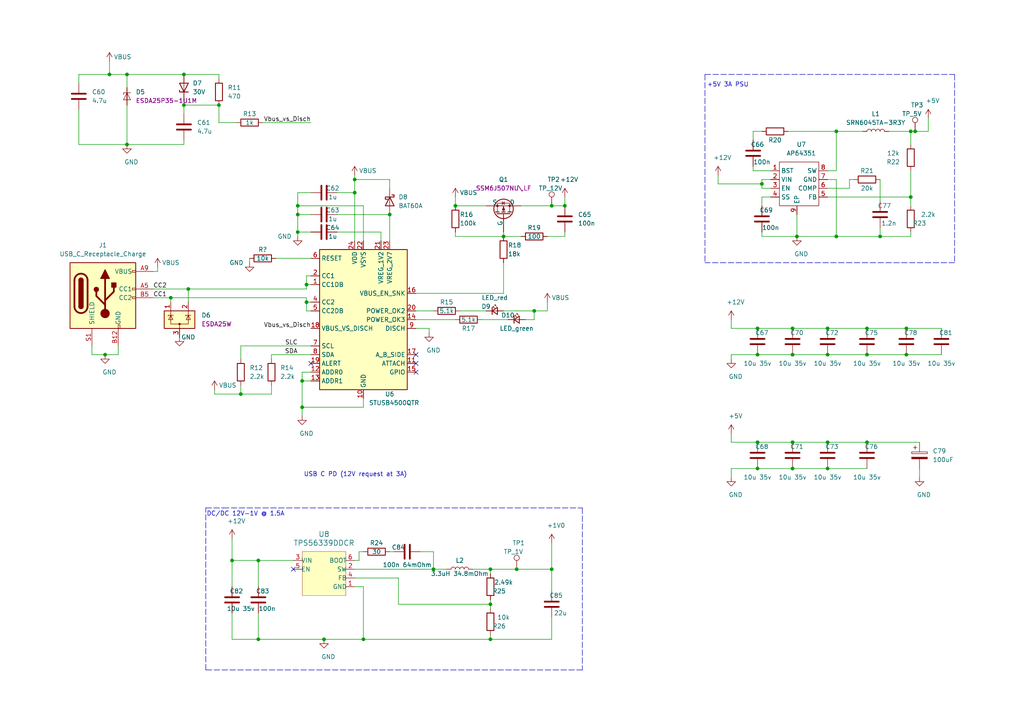
<source format=kicad_sch>
(kicad_sch (version 20211123) (generator eeschema)
  (paper "A4")
  (lib_symbols
    (symbol "CM4_NAS:AP64351"
      (property "Reference" "U" (at 0 8.89 0))
      (property "Value" "AP64351" (at 1.27 6.35 0))
      (symbol "AP64351_1_1"
        (pin passive line (at -7.62 2.54 0) (length 2.54) (name "BST") (number "1"))
        (pin power_in line (at -7.62 0 0) (length 2.54) (name "VIN") (number "2"))
        (pin input line (at -7.62 -2.54 0) (length 2.54) (name "EN") (number "3"))
        (pin input line (at -7.62 -5.08 0) (length 2.54) (name "SS") (number "4"))
        (pin input line (at 8.89 -5.08 180) (length 2.54) (name "FB") (number "5"))
        (pin input line (at 8.89 -2.54 180) (length 2.54) (name "COMP") (number "6"))
        (pin power_in line (at 8.89 0 180) (length 2.54) (name "GND") (number "7"))
        (pin output line (at 8.89 2.54 180) (length 2.54) (name "SW") (number "8"))
        (pin passive line (at 0 -10.16 90) (length 2.54) (name "EP") (number "9"))
      )
    )
    (symbol "CM4_NAS:ESDA25P35" (pin_numbers hide) (pin_names hide)
      (property "Reference" "D" (at 0 2.54 0))
      (property "MPN" "ESDA25P35" (at 0 -2.54 0))
      (symbol "ESDA25P35_1_1"
        (pin passive line (at -2.54 0 0) (length 2.54) (name "K1") (number "1"))
        (pin passive line (at 2.54 0 180) (length 2.54) (name "A") (number "2"))
      )
    )
    (symbol "CM4_NAS:ESDA25W" (pin_names hide)
      (property "Reference" "D" (at 5.715 2.54 0))
      (property "MPN" "ESDA25W" (at 10.16 0 0))
      (symbol "ESDA25W_0_0"
        (pin passive line (at 0 -5.08 90) (length 2.54) (name "A") (number "3"))
      )
      (symbol "ESDA25W_1_1"
        (pin passive line (at -2.54 5.08 270) (length 2.54) (name "K") (number "1"))
        (pin passive line (at 2.54 5.08 270) (length 2.54) (name "K") (number "2"))
      )
    )
    (symbol "CM4_NAS:SSM6J507NU" (pin_numbers hide) (pin_names (offset 0))
      (property "Reference" "Q" (at 5.08 1.27 0))
      (property "MPN" "SSM6J507NU" (at 11.43 -1.27 0))
      (symbol "SSM6J507NU_0_0"
        (pin passive line (at 2.54 5.08 270) (length 5.08) hide (name "D") (number "1"))
        (pin passive line (at 2.54 5.08 270) (length 5.08) hide (name "D") (number "2"))
        (pin passive line (at 2.54 5.08 270) (length 5.08) hide (name "D") (number "6"))
        (pin passive line (at 2.54 5.08 270) (length 5.08) (name "D") (number "D"))
        (pin passive line (at 2.54 -5.08 90) (length 5.08) (name "S") (number "S"))
      )
      (symbol "SSM6J507NU_1_1"
        (pin input line (at -5.08 0 0) (length 5.08) (name "G") (number "3"))
        (pin passive line (at 2.54 -5.08 90) (length 2.54) hide (name "S") (number "4"))
        (pin passive line (at 2.54 5.08 270) (length 2.54) hide (name "D") (number "5"))
      )
    )
    (symbol "CM4_NAS:TPS56339DDCR" (pin_names (offset -0.254))
      (property "Reference" "U" (at -1.27 10.16 0))
      (property "Value" "TPS56339DDCR" (at 0 7.62 0))
      (symbol "TPS56339DDCR_1_1"
        (pin power_in line (at 8.89 -3.81 180) (length 2.54) (name "GND") (number "1"))
        (pin power_in line (at 8.89 1.27 180) (length 2.54) (name "SW") (number "2"))
        (pin power_in line (at -8.89 3.81 0) (length 2.54) (name "VIN") (number "3"))
        (pin input line (at 8.89 -1.27 180) (length 2.54) (name "FB") (number "4"))
        (pin input line (at -8.89 1.27 0) (length 2.54) (name "EN") (number "5"))
        (pin power_in line (at 8.89 3.81 180) (length 2.54) (name "BOOT") (number "6"))
      )
    )
    (symbol "CM4_NAS:USB_C_Receptacle_Charge" (pin_names (offset 1.016))
      (property "Reference" "J?" (at -0.3175 13.97 0))
      (property "Value" "USB_C_Receptacle_Charge" (at -0.3175 11.43 0))
      (symbol "USB_C_Receptacle_Charge_1_1"
        (pin passive line (at 3.81 -15.24 90) (length 5.08) hide (name "GND") (number "A12"))
        (pin bidirectional line (at 13.97 1.27 180) (length 5.08) (name "CC1") (number "A5"))
        (pin passive line (at 13.97 6.35 180) (length 5.08) (name "VBUS") (number "A9"))
        (pin passive line (at 3.81 -15.24 90) (length 5.08) (name "GND") (number "B12"))
        (pin bidirectional line (at 13.97 -1.27 180) (length 5.08) (name "CC2") (number "B5"))
        (pin passive line (at 13.97 6.35 180) (length 5.08) hide (name "VBUS") (number "B9"))
        (pin passive line (at -3.81 -15.24 90) (length 5.08) (name "SHIELD") (number "S1"))
        (pin passive line (at -3.81 -15.24 90) (length 5.08) hide (name "SHIELD") (number "S2"))
        (pin passive line (at -3.81 -15.24 90) (length 5.08) hide (name "SHIELD") (number "S3"))
        (pin passive line (at -3.81 -15.24 90) (length 5.08) hide (name "SHIELD") (number "S4"))
      )
    )
    (symbol "Connector:TestPoint" (pin_numbers hide) (pin_names (offset 0.762) hide)
      (property "Reference" "TP" (at 0 6.858 0))
      (property "Value" "TestPoint" (at 0 5.08 0))
      (symbol "TestPoint_1_1"
        (pin passive line (at 0 0 90) (length 2.54) (name "1") (number "1"))
      )
    )
    (symbol "Device:C" (pin_numbers hide) (pin_names (offset 0.254))
      (property "Reference" "C" (at 0.635 2.54 0))
      (property "Value" "C" (at 0.635 -2.54 0))
      (symbol "C_1_1"
        (pin passive line (at 0 3.81 270) (length 2.794) (name "~") (number "1"))
        (pin passive line (at 0 -3.81 90) (length 2.794) (name "~") (number "2"))
      )
    )
    (symbol "Device:C_Polarized" (pin_numbers hide) (pin_names (offset 0.254))
      (property "Reference" "C" (at 0.635 2.54 0))
      (property "Value" "C_Polarized" (at 0.635 -2.54 0))
      (symbol "C_Polarized_1_1"
        (pin passive line (at 0 3.81 270) (length 2.794) (name "~") (number "1"))
        (pin passive line (at 0 -3.81 90) (length 2.794) (name "~") (number "2"))
      )
    )
    (symbol "Device:D_Zener" (pin_numbers hide) (pin_names (offset 1.016) hide)
      (property "Reference" "D" (at 0 2.54 0))
      (property "Value" "D_Zener" (at 0 -2.54 0))
      (symbol "D_Zener_1_1"
        (pin passive line (at -3.81 0 0) (length 2.54) (name "K") (number "1"))
        (pin passive line (at 3.81 0 180) (length 2.54) (name "A") (number "2"))
      )
    )
    (symbol "Device:L" (pin_numbers hide) (pin_names (offset 1.016) hide)
      (property "Reference" "L" (at -1.27 0 90))
      (property "Value" "L" (at 1.905 0 90))
      (symbol "L_1_1"
        (pin passive line (at 0 3.81 270) (length 1.27) (name "1") (number "1"))
        (pin passive line (at 0 -3.81 90) (length 1.27) (name "2") (number "2"))
      )
    )
    (symbol "Device:LED_Small" (pin_numbers hide) (pin_names (offset 0.254) hide)
      (property "Reference" "D" (at -1.27 3.175 0))
      (property "Value" "LED_Small" (at -4.445 -2.54 0))
      (symbol "LED_Small_1_1"
        (pin passive line (at -2.54 0 0) (length 1.778) (name "K") (number "1"))
        (pin passive line (at 2.54 0 180) (length 1.778) (name "A") (number "2"))
      )
    )
    (symbol "Device:R" (pin_numbers hide) (pin_names (offset 0))
      (property "Reference" "R" (at 2.032 0 90))
      (property "Value" "R" (at 0 0 90))
      (symbol "R_1_1"
        (pin passive line (at 0 3.81 270) (length 1.27) (name "~") (number "1"))
        (pin passive line (at 0 -3.81 90) (length 1.27) (name "~") (number "2"))
      )
    )
    (symbol "Diode:BAT60A" (pin_numbers hide) (pin_names (offset 1.016) hide)
      (property "Reference" "D" (at 0 2.54 0))
      (property "Value" "BAT60A" (at 0 -2.54 0))
      (symbol "BAT60A_1_1"
        (pin passive line (at -3.81 0 0) (length 2.54) (name "K") (number "1"))
        (pin passive line (at 3.81 0 180) (length 2.54) (name "A") (number "2"))
      )
    )
    (symbol "Interface_USB:STUSB4500QTR"
      (property "Reference" "U" (at -12.7 21.59 0))
      (property "Value" "STUSB4500QTR" (at 8.89 -21.59 0))
      (symbol "STUSB4500QTR_1_1"
        (pin bidirectional line (at -15.24 10.16 0) (length 2.54) (name "CC1DB") (number "1"))
        (pin power_in line (at 0 -22.86 90) (length 2.54) (name "GND") (number "10"))
        (pin open_collector line (at 15.24 -12.7 180) (length 2.54) (name "ATTACH") (number "11"))
        (pin input line (at -15.24 -15.24 0) (length 2.54) (name "ADDR0") (number "12"))
        (pin input line (at -15.24 -17.78 0) (length 2.54) (name "ADDR1") (number "13"))
        (pin open_collector line (at 15.24 0 180) (length 2.54) (name "POWER_OK3") (number "14"))
        (pin open_collector line (at 15.24 -15.24 180) (length 2.54) (name "GPIO") (number "15"))
        (pin open_collector line (at 15.24 7.62 180) (length 2.54) (name "VBUS_EN_SNK") (number "16"))
        (pin open_collector line (at 15.24 -10.16 180) (length 2.54) (name "A_B_SIDE") (number "17"))
        (pin input line (at -15.24 -2.54 0) (length 2.54) (name "VBUS_VS_DISCH") (number "18"))
        (pin open_collector line (at -15.24 -12.7 0) (length 2.54) (name "ALERT") (number "19"))
        (pin bidirectional line (at -15.24 12.7 0) (length 2.54) (name "CC1") (number "2"))
        (pin open_collector line (at 15.24 2.54 180) (length 2.54) (name "POWER_OK2") (number "20"))
        (pin power_out line (at 5.08 22.86 270) (length 2.54) (name "VREG_1V2") (number "21"))
        (pin power_in line (at 0 22.86 270) (length 2.54) (name "VSYS") (number "22"))
        (pin power_out line (at 7.62 22.86 270) (length 2.54) (name "VREG_2V7") (number "23"))
        (pin power_in line (at -2.54 22.86 270) (length 2.54) (name "VDD") (number "24"))
        (pin passive line (at 0 -22.86 90) (length 2.54) hide (name "GND") (number "25"))
        (pin no_connect line (at -12.7 15.24 0) (length 2.54) hide (name "NC") (number "3"))
        (pin bidirectional line (at -15.24 5.08 0) (length 2.54) (name "CC2") (number "4"))
        (pin bidirectional line (at -15.24 2.54 0) (length 2.54) (name "CC2DB") (number "5"))
        (pin input line (at -15.24 17.78 0) (length 2.54) (name "RESET") (number "6"))
        (pin input line (at -15.24 -7.62 0) (length 2.54) (name "SCL") (number "7"))
        (pin bidirectional line (at -15.24 -10.16 0) (length 2.54) (name "SDA") (number "8"))
        (pin bidirectional line (at 15.24 -2.54 180) (length 2.54) (name "DISCH") (number "9"))
      )
    )
    (symbol "power:+12V" (power) (pin_names (offset 0))
      (property "Value" "+12V" (at 0 3.556 0))
      (symbol "+12V_1_1"
        (pin power_in line (at 0 0 90) (length 0) hide (name "+12V") (number "1"))
      )
    )
    (symbol "power:+1V0" (power) (pin_names (offset 0))
      (property "Value" "+1V0" (at 0 3.556 0))
      (symbol "+1V0_1_1"
        (pin power_in line (at 0 0 90) (length 0) hide (name "+1V0") (number "1"))
      )
    )
    (symbol "power:+5V" (power) (pin_names (offset 0))
      (property "Value" "+5V" (at 0 3.556 0))
      (symbol "+5V_1_1"
        (pin power_in line (at 0 0 90) (length 0) hide (name "+5V") (number "1"))
      )
    )
    (symbol "power:GND" (power) (pin_names (offset 0))
      (property "Value" "GND" (at 0 -3.81 0))
      (symbol "GND_1_1"
        (pin power_in line (at 0 0 270) (length 0) hide (name "GND") (number "1"))
      )
    )
    (symbol "power:VBUS" (power) (pin_names (offset 0))
      (property "Value" "VBUS" (at 0 3.81 0))
      (symbol "VBUS_1_1"
        (pin power_in line (at 0 0 90) (length 0) hide (name "VBUS") (number "1"))
      )
    )
  )
  (junction (at 242.57 38.1) (diameter 0.9144))
  (junction (at 142.24 175.26) (diameter 0.9144))
  (junction (at 69.85 114.3) (diameter 0.9144))
  (junction (at 88.9 82.55) (diameter 0.9144))
  (junction (at 102.87 55.88) (diameter 0.9144))
  (junction (at 142.24 165.1) (diameter 0.9144))
  (junction (at 105.41 185.42) (diameter 0.9144))
  (junction (at 264.16 57.15) (diameter 0.9144))
  (junction (at 146.05 68.58) (diameter 0.9144))
  (junction (at 125.73 165.1) (diameter 0.9144))
  (junction (at 219.71 95.25) (diameter 0.9144))
  (junction (at 86.36 62.23) (diameter 0.9144))
  (junction (at 74.93 162.56) (diameter 0.9144))
  (junction (at 86.36 67.31) (diameter 0.9144))
  (junction (at 142.24 185.42) (diameter 0.9144))
  (junction (at 240.03 95.25) (diameter 0.9144))
  (junction (at 30.48 102.87) (diameter 0.9144))
  (junction (at 53.34 21.59) (diameter 0.9144))
  (junction (at 113.03 62.23) (diameter 0.9144))
  (junction (at 31.75 21.59) (diameter 0.9144))
  (junction (at 240.03 135.89) (diameter 0.9144))
  (junction (at 251.46 102.87) (diameter 0.9144))
  (junction (at 229.87 95.25) (diameter 0.9144))
  (junction (at 102.87 52.07) (diameter 0.9144))
  (junction (at 74.93 185.42) (diameter 0.9144))
  (junction (at 251.46 128.27) (diameter 0.9144))
  (junction (at 163.83 59.69) (diameter 0.9144))
  (junction (at 49.53 86.36) (diameter 0.9144))
  (junction (at 154.94 90.17) (diameter 0.9144))
  (junction (at 251.46 95.25) (diameter 0.9144))
  (junction (at 229.87 128.27) (diameter 0.9144))
  (junction (at 86.36 59.69) (diameter 0.9144))
  (junction (at 262.89 95.25) (diameter 0.9144))
  (junction (at 220.98 53.34) (diameter 0.9144))
  (junction (at 87.63 118.11) (diameter 0.9144))
  (junction (at 36.83 41.91) (diameter 0.9144))
  (junction (at 240.03 128.27) (diameter 0.9144))
  (junction (at 264.16 38.1) (diameter 0.9144))
  (junction (at 219.71 135.89) (diameter 0.9144))
  (junction (at 87.63 110.49) (diameter 0.9144))
  (junction (at 219.71 128.27) (diameter 0.9144))
  (junction (at 219.71 102.87) (diameter 0.9144))
  (junction (at 93.98 185.42) (diameter 0.9144))
  (junction (at 255.27 68.58) (diameter 0.9144))
  (junction (at 242.57 68.58) (diameter 0.9144))
  (junction (at 53.34 30.48) (diameter 0.9144))
  (junction (at 160.02 59.69))
  (junction (at 229.87 135.89) (diameter 0.9144))
  (junction (at 149.86 165.1))
  (junction (at 265.43 38.1))
  (junction (at 63.5 30.48) (diameter 0.9144))
  (junction (at 88.9 87.63) (diameter 0.9144))
  (junction (at 240.03 102.87) (diameter 0.9144))
  (junction (at 229.87 102.87) (diameter 0.9144))
  (junction (at 231.14 68.58) (diameter 0.9144))
  (junction (at 132.08 59.69) (diameter 0.9144))
  (junction (at 160.02 165.1) (diameter 0.9144))
  (junction (at 67.31 162.56) (diameter 0.9144))
  (junction (at 36.83 21.59) (diameter 0.9144))
  (junction (at 262.89 102.87) (diameter 0.9144))
  (junction (at 54.61 83.82) (diameter 0.9144))
  (no_connect (at 120.65 102.87))
  (no_connect (at 85.09 165.1))
  (no_connect (at 120.65 105.41))
  (no_connect (at 120.65 107.95))
  (no_connect (at 90.17 105.41))
  (wire (pts (xy 142.24 173.99) (xy 142.24 175.26)))
  (wire (pts (xy 142.24 175.26) (xy 142.24 176.53)))
  (wire (pts (xy 120.65 90.17) (xy 125.73 90.17)))
  (wire (pts (xy 139.7 92.71) (xy 147.32 92.71)))
  (wire (pts (xy 242.57 68.58) (xy 231.14 68.58)))
  (wire (pts (xy 113.03 160.02) (xy 114.3 160.02)))
  (wire (pts (xy 229.87 128.27) (xy 240.03 128.27)))
  (wire (pts (xy 219.71 128.27) (xy 229.87 128.27)))
  (wire (pts (xy 87.63 110.49) (xy 87.63 107.95)))
  (wire (pts (xy 264.16 67.31) (xy 264.16 68.58)))
  (wire (pts (xy 26.67 102.87) (xy 30.48 102.87)))
  (wire (pts (xy 86.36 67.31) (xy 86.36 62.23)))
  (wire (pts (xy 63.5 35.56) (xy 63.5 30.48)))
  (wire (pts (xy 88.9 83.82) (xy 88.9 82.55)))
  (wire (pts (xy 44.45 78.74) (xy 45.72 78.74)))
  (wire (pts (xy 262.89 95.25) (xy 273.05 95.25)))
  (wire (pts (xy 78.74 114.3) (xy 69.85 114.3)))
  (wire (pts (xy 78.74 102.87) (xy 90.17 102.87)))
  (wire (pts (xy 212.09 95.25) (xy 219.71 95.25)))
  (wire (pts (xy 88.9 90.17) (xy 88.9 87.63)))
  (wire (pts (xy 102.87 165.1) (xy 125.73 165.1)))
  (wire (pts (xy 125.73 165.1) (xy 129.54 165.1)))
  (wire (pts (xy 219.71 102.87) (xy 212.09 102.87)))
  (wire (pts (xy 242.57 68.58) (xy 255.27 68.58)))
  (wire (pts (xy 251.46 128.27) (xy 266.7 128.27)))
  (wire (pts (xy 133.35 90.17) (xy 140.97 90.17)))
  (wire (pts (xy 53.34 29.21) (xy 53.34 30.48)))
  (wire (pts (xy 49.53 86.36) (xy 88.9 86.36)))
  (wire (pts (xy 146.05 68.58) (xy 151.13 68.58)))
  (wire (pts (xy 63.5 21.59) (xy 63.5 22.86)))
  (wire (pts (xy 22.86 31.75) (xy 22.86 41.91)))
  (polyline (pts (xy 276.86 76.2) (xy 204.47 76.2)) (stroke (width 0) (type dash)))
  (wire (pts (xy 251.46 95.25) (xy 262.89 95.25)))
  (wire (pts (xy 102.87 55.88) (xy 102.87 69.85)))
  (wire (pts (xy 242.57 38.1) (xy 250.19 38.1)))
  (wire (pts (xy 22.86 24.13) (xy 22.86 21.59)))
  (wire (pts (xy 269.24 34.29) (xy 269.24 38.1)))
  (wire (pts (xy 240.03 135.89) (xy 251.46 135.89)))
  (wire (pts (xy 212.09 125.73) (xy 212.09 128.27)))
  (wire (pts (xy 219.71 135.89) (xy 212.09 135.89)))
  (wire (pts (xy 240.03 102.87) (xy 229.87 102.87)))
  (wire (pts (xy 88.9 86.36) (xy 88.9 87.63)))
  (wire (pts (xy 62.23 114.3) (xy 69.85 114.3)))
  (wire (pts (xy 163.83 68.58) (xy 163.83 67.31)))
  (wire (pts (xy 132.08 67.31) (xy 132.08 68.58)))
  (wire (pts (xy 102.87 52.07) (xy 102.87 55.88)))
  (wire (pts (xy 74.93 162.56) (xy 85.09 162.56)))
  (polyline (pts (xy 204.47 21.59) (xy 276.86 21.59)) (stroke (width 0) (type dash)))
  (wire (pts (xy 102.87 167.64) (xy 115.57 167.64)))
  (wire (pts (xy 115.57 167.64) (xy 115.57 175.26)))
  (wire (pts (xy 115.57 175.26) (xy 142.24 175.26)))
  (wire (pts (xy 110.49 67.31) (xy 97.79 67.31)))
  (wire (pts (xy 120.65 85.09) (xy 146.05 85.09)))
  (wire (pts (xy 36.83 30.48) (xy 36.83 41.91)))
  (wire (pts (xy 121.92 160.02) (xy 125.73 160.02)))
  (wire (pts (xy 125.73 160.02) (xy 125.73 165.1)))
  (wire (pts (xy 218.44 40.64) (xy 218.44 38.1)))
  (wire (pts (xy 255.27 66.04) (xy 255.27 68.58)))
  (wire (pts (xy 240.03 95.25) (xy 251.46 95.25)))
  (polyline (pts (xy 204.47 21.59) (xy 204.47 76.2)) (stroke (width 0) (type dash)))
  (wire (pts (xy 30.48 102.87) (xy 34.29 102.87)))
  (wire (pts (xy 154.94 90.17) (xy 154.94 92.71)))
  (wire (pts (xy 87.63 118.11) (xy 105.41 118.11)))
  (wire (pts (xy 212.09 92.71) (xy 212.09 95.25)))
  (wire (pts (xy 273.05 102.87) (xy 262.89 102.87)))
  (wire (pts (xy 34.29 102.87) (xy 34.29 100.33)))
  (wire (pts (xy 88.9 80.01) (xy 88.9 82.55)))
  (wire (pts (xy 218.44 49.53) (xy 218.44 48.26)))
  (wire (pts (xy 67.31 177.8) (xy 67.31 185.42)))
  (wire (pts (xy 67.31 185.42) (xy 74.93 185.42)))
  (wire (pts (xy 74.93 185.42) (xy 93.98 185.42)))
  (wire (pts (xy 229.87 95.25) (xy 240.03 95.25)))
  (wire (pts (xy 86.36 59.69) (xy 105.41 59.69)))
  (wire (pts (xy 220.98 67.31) (xy 220.98 68.58)))
  (wire (pts (xy 208.28 53.34) (xy 220.98 53.34)))
  (wire (pts (xy 67.31 162.56) (xy 74.93 162.56)))
  (wire (pts (xy 67.31 170.18) (xy 67.31 162.56)))
  (wire (pts (xy 223.52 54.61) (xy 220.98 54.61)))
  (wire (pts (xy 53.34 40.64) (xy 53.34 41.91)))
  (wire (pts (xy 212.09 102.87) (xy 212.09 104.14)))
  (wire (pts (xy 220.98 52.07) (xy 223.52 52.07)))
  (wire (pts (xy 158.75 87.63) (xy 158.75 90.17)))
  (wire (pts (xy 69.85 114.3) (xy 69.85 111.76)))
  (wire (pts (xy 53.34 41.91) (xy 36.83 41.91)))
  (wire (pts (xy 142.24 165.1) (xy 149.86 165.1)))
  (wire (pts (xy 160.02 165.1) (xy 160.02 171.45)))
  (wire (pts (xy 154.94 92.71) (xy 152.4 92.71)))
  (wire (pts (xy 74.93 162.56) (xy 74.93 170.18)))
  (wire (pts (xy 158.75 68.58) (xy 163.83 68.58)))
  (wire (pts (xy 90.17 90.17) (xy 88.9 90.17)))
  (wire (pts (xy 229.87 102.87) (xy 219.71 102.87)))
  (wire (pts (xy 53.34 30.48) (xy 63.5 30.48)))
  (wire (pts (xy 44.45 86.36) (xy 49.53 86.36)))
  (wire (pts (xy 49.53 86.36) (xy 49.53 87.63)))
  (wire (pts (xy 265.43 38.1) (xy 264.16 38.1)))
  (wire (pts (xy 240.03 57.15) (xy 264.16 57.15)))
  (wire (pts (xy 54.61 83.82) (xy 54.61 87.63)))
  (wire (pts (xy 212.09 135.89) (xy 212.09 138.43)))
  (wire (pts (xy 78.74 104.14) (xy 78.74 102.87)))
  (wire (pts (xy 132.08 68.58) (xy 146.05 68.58)))
  (wire (pts (xy 90.17 110.49) (xy 87.63 110.49)))
  (wire (pts (xy 229.87 135.89) (xy 240.03 135.89)))
  (wire (pts (xy 124.46 95.25) (xy 124.46 96.52)))
  (wire (pts (xy 149.86 165.1) (xy 160.02 165.1)))
  (wire (pts (xy 68.58 35.56) (xy 63.5 35.56)))
  (wire (pts (xy 62.23 113.03) (xy 62.23 114.3)))
  (polyline (pts (xy 276.86 21.59) (xy 276.86 76.2)) (stroke (width 0) (type dash)))
  (wire (pts (xy 22.86 41.91) (xy 36.83 41.91)))
  (wire (pts (xy 120.65 95.25) (xy 124.46 95.25)))
  (wire (pts (xy 262.89 102.87) (xy 251.46 102.87)))
  (wire (pts (xy 31.75 21.59) (xy 31.75 17.78)))
  (wire (pts (xy 80.01 74.93) (xy 90.17 74.93)))
  (wire (pts (xy 36.83 21.59) (xy 31.75 21.59)))
  (wire (pts (xy 76.2 35.56) (xy 90.17 35.56)))
  (wire (pts (xy 86.36 62.23) (xy 90.17 62.23)))
  (wire (pts (xy 105.41 170.18) (xy 102.87 170.18)))
  (wire (pts (xy 105.41 185.42) (xy 105.41 170.18)))
  (wire (pts (xy 142.24 184.15) (xy 142.24 185.42)))
  (wire (pts (xy 142.24 185.42) (xy 105.41 185.42)))
  (wire (pts (xy 242.57 49.53) (xy 240.03 49.53)))
  (wire (pts (xy 146.05 67.31) (xy 146.05 68.58)))
  (wire (pts (xy 264.16 38.1) (xy 264.16 41.91)))
  (polyline (pts (xy 59.69 147.32) (xy 64.77 147.32)) (stroke (width 0) (type dash)))
  (polyline (pts (xy 59.69 194.31) (xy 59.69 147.32)) (stroke (width 0) (type dash)))
  (polyline (pts (xy 64.77 147.32) (xy 168.91 147.32)) (stroke (width 0) (type dash)))
  (polyline (pts (xy 168.91 147.32) (xy 168.91 194.31)) (stroke (width 0) (type dash)))
  (polyline (pts (xy 168.91 194.31) (xy 59.69 194.31)) (stroke (width 0) (type dash)))
  (wire (pts (xy 36.83 21.59) (xy 53.34 21.59)))
  (wire (pts (xy 53.34 21.59) (xy 63.5 21.59)))
  (wire (pts (xy 87.63 110.49) (xy 87.63 118.11)))
  (wire (pts (xy 88.9 80.01) (xy 90.17 80.01)))
  (wire (pts (xy 69.85 100.33) (xy 69.85 104.14)))
  (wire (pts (xy 257.81 38.1) (xy 264.16 38.1)))
  (wire (pts (xy 110.49 69.85) (xy 110.49 67.31)))
  (wire (pts (xy 151.13 59.69) (xy 160.02 59.69)))
  (wire (pts (xy 86.36 67.31) (xy 90.17 67.31)))
  (wire (pts (xy 212.09 128.27) (xy 219.71 128.27)))
  (wire (pts (xy 142.24 165.1) (xy 142.24 166.37)))
  (wire (pts (xy 86.36 68.58) (xy 86.36 67.31)))
  (wire (pts (xy 22.86 21.59) (xy 31.75 21.59)))
  (wire (pts (xy 102.87 52.07) (xy 113.03 52.07)))
  (wire (pts (xy 220.98 57.15) (xy 223.52 57.15)))
  (wire (pts (xy 163.83 57.15) (xy 163.83 59.69)))
  (wire (pts (xy 86.36 59.69) (xy 86.36 55.88)))
  (wire (pts (xy 264.16 68.58) (xy 255.27 68.58)))
  (wire (pts (xy 264.16 49.53) (xy 264.16 57.15)))
  (wire (pts (xy 88.9 87.63) (xy 90.17 87.63)))
  (wire (pts (xy 219.71 95.25) (xy 229.87 95.25)))
  (wire (pts (xy 266.7 135.89) (xy 266.7 138.43)))
  (wire (pts (xy 78.74 111.76) (xy 78.74 114.3)))
  (wire (pts (xy 231.14 68.58) (xy 231.14 62.23)))
  (wire (pts (xy 223.52 49.53) (xy 218.44 49.53)))
  (wire (pts (xy 132.08 57.15) (xy 132.08 59.69)))
  (wire (pts (xy 45.72 78.74) (xy 45.72 77.47)))
  (wire (pts (xy 54.61 83.82) (xy 88.9 83.82)))
  (wire (pts (xy 86.36 62.23) (xy 86.36 59.69)))
  (wire (pts (xy 220.98 59.69) (xy 220.98 57.15)))
  (wire (pts (xy 93.98 185.42) (xy 105.41 185.42)))
  (wire (pts (xy 102.87 162.56) (xy 104.14 162.56)))
  (wire (pts (xy 104.14 160.02) (xy 105.41 160.02)))
  (wire (pts (xy 104.14 162.56) (xy 104.14 160.02)))
  (wire (pts (xy 67.31 156.21) (xy 67.31 162.56)))
  (wire (pts (xy 142.24 185.42) (xy 160.02 185.42)))
  (wire (pts (xy 160.02 185.42) (xy 160.02 179.07)))
  (wire (pts (xy 220.98 54.61) (xy 220.98 53.34)))
  (wire (pts (xy 44.45 83.82) (xy 54.61 83.82)))
  (wire (pts (xy 90.17 82.55) (xy 88.9 82.55)))
  (wire (pts (xy 146.05 90.17) (xy 154.94 90.17)))
  (wire (pts (xy 220.98 68.58) (xy 231.14 68.58)))
  (wire (pts (xy 219.71 135.89) (xy 229.87 135.89)))
  (wire (pts (xy 72.39 74.93) (xy 72.39 76.2)))
  (wire (pts (xy 160.02 157.48) (xy 160.02 165.1)))
  (wire (pts (xy 158.75 90.17) (xy 154.94 90.17)))
  (wire (pts (xy 142.24 165.1) (xy 137.16 165.1)))
  (wire (pts (xy 160.02 59.69) (xy 163.83 59.69)))
  (wire (pts (xy 218.44 38.1) (xy 220.98 38.1)))
  (wire (pts (xy 240.03 54.61) (xy 246.38 54.61)))
  (wire (pts (xy 220.98 53.34) (xy 220.98 52.07)))
  (wire (pts (xy 208.28 50.8) (xy 208.28 53.34)))
  (wire (pts (xy 90.17 100.33) (xy 69.85 100.33)))
  (wire (pts (xy 146.05 85.09) (xy 146.05 76.2)))
  (wire (pts (xy 97.79 62.23) (xy 113.03 62.23)))
  (wire (pts (xy 120.65 92.71) (xy 132.08 92.71)))
  (wire (pts (xy 113.03 54.61) (xy 113.03 52.07)))
  (wire (pts (xy 97.79 55.88) (xy 102.87 55.88)))
  (wire (pts (xy 228.6 38.1) (xy 242.57 38.1)))
  (wire (pts (xy 242.57 38.1) (xy 242.57 49.53)))
  (wire (pts (xy 242.57 52.07) (xy 242.57 68.58)))
  (wire (pts (xy 53.34 30.48) (xy 53.34 33.02)))
  (wire (pts (xy 269.24 38.1) (xy 265.43 38.1)))
  (wire (pts (xy 255.27 52.07) (xy 255.27 58.42)))
  (wire (pts (xy 246.38 54.61) (xy 246.38 52.07)))
  (wire (pts (xy 240.03 128.27) (xy 251.46 128.27)))
  (wire (pts (xy 105.41 115.57) (xy 105.41 118.11)))
  (wire (pts (xy 87.63 107.95) (xy 90.17 107.95)))
  (wire (pts (xy 26.67 100.33) (xy 26.67 102.87)))
  (wire (pts (xy 36.83 25.4) (xy 36.83 21.59)))
  (wire (pts (xy 87.63 118.11) (xy 87.63 120.65)))
  (wire (pts (xy 86.36 55.88) (xy 90.17 55.88)))
  (wire (pts (xy 264.16 57.15) (xy 264.16 59.69)))
  (wire (pts (xy 246.38 52.07) (xy 247.65 52.07)))
  (wire (pts (xy 113.03 62.23) (xy 113.03 69.85)))
  (wire (pts (xy 102.87 50.8) (xy 102.87 52.07)))
  (wire (pts (xy 251.46 102.87) (xy 240.03 102.87)))
  (wire (pts (xy 240.03 52.07) (xy 242.57 52.07)))
  (wire (pts (xy 74.93 177.8) (xy 74.93 185.42)))
  (wire (pts (xy 105.41 69.85) (xy 105.41 59.69)))
  (wire (pts (xy 132.08 59.69) (xy 140.97 59.69)))
  (text "USB C PD (12V request at 3A)\n" (at 118.11 138.43 180) (effects (font (size 1.27 1.27)) (justify right bottom)))
  (text "DC/DC 12V-1V @ 1.5A" (at 82.55 149.86 180) (effects (font (size 1.27 1.27)) (justify right bottom)))
  (text "+5V 3A PSU" (at 217.17 25.4 180) (effects (font (size 1.27 1.27)) (justify right bottom)))
  (label "SDA" (at 86.36 102.87 180))
  (label "Vbus_vs_Disch" (at 90.17 95.25 180))
  (label "SLC" (at 86.36 100.33 180))
  (label "Vbus_vs_Disch" (at 90.17 35.56 180))
  (label "CC1" (at 44.45 86.36 0))
  (label "CC2" (at 44.45 83.82 0))
  (symbol (lib_id "Device:R") (at 78.74 107.95 0) (unit 1)
    (property "Reference" "R14" (at 81.28 106.68 0) (effects (justify left)))
    (property "Value" "2.2k" (at 81.28 109.22 0) (effects (justify left)))
    (property "Footprint" "Resistor_SMD:R_0402_1005Metric" (effects hide))
    (property "MFR" "Yageo" (effects hide))
    (property "MPN" "RC0402FR-132K2L" (effects hide))
  )
  (symbol (lib_id "power:GND") (at 231.14 68.58 0) (unit 1)
    (property "Reference" "#PWR0156" (effects hide))
    (property "Value" "GND" (at 232.41 73.66 0))
  )
  (symbol (lib_id "power:GND") (at 124.46 96.52 0) (unit 1)
    (property "Reference" "#PWR0146" (effects hide))
    (property "Value" "GND" (at 125.73 101.6 0))
  )
  (symbol (lib_id "Device:R") (at 132.08 63.5 0) (unit 1)
    (property "Reference" "R16" (at 133.35 62.23 0) (effects (justify left)))
    (property "Value" "100k" (at 133.35 64.77 0) (effects (justify left)))
    (property "Footprint" "Resistor_SMD:R_0402_1005Metric" (effects hide))
    (property "MFR" "Bourns" (effects hide))
    (property "MPN" "CR0402-FX-1003GLF" (effects hide))
  )
  (symbol (lib_id "Interface_USB:STUSB4500QTR") (at 105.41 92.71 0) (unit 1)
    (property "Reference" "U6" (at 113.03 114.3 0))
    (property "Value" "STUSB4500QTR" (at 114.3 116.84 0))
    (property "Footprint" "Package_DFN_QFN:QFN-24-1EP_4x4mm_P0.5mm_EP2.7x2.7mm" (effects hide))
    (property "Datasheet" "https://www.st.com/resource/en/datasheet/stusb4500.pdf" (effects hide))
    (property "MFR" "STMicroelectronics " (effects hide))
    (property "MPN" "STUSB4500QTR " (effects hide))
  )
  (symbol (lib_id "power:GND") (at 30.48 102.87 0) (unit 1)
    (property "Reference" "#PWR0149" (effects hide))
    (property "Value" "GND" (at 31.75 107.95 0))
  )
  (symbol (lib_id "power:VBUS") (at 62.23 113.03 0) (unit 1)
    (property "Reference" "#PWR0144" (effects hide))
    (property "Value" "VBUS" (at 66.04 111.76 0))
  )
  (symbol (lib_id "power:VBUS") (at 132.08 57.15 0) (unit 1)
    (property "Reference" "#PWR0153" (effects hide))
    (property "Value" "VBUS" (at 135.89 55.88 0))
  )
  (symbol (lib_id "power:GND") (at 212.09 138.43 0) (unit 1)
    (property "Reference" "#PWR0159" (effects hide))
    (property "Value" "GND" (at 213.36 143.51 0))
  )
  (symbol (lib_id "power:+12V") (at 67.31 156.21 0) (unit 1)
    (property "Reference" "#PWR0177" (effects hide))
    (property "Value" "+12V" (at 68.58 151.13 0))
  )
  (symbol (lib_id "Device:C") (at 53.34 36.83 0) (unit 1)
    (property "Reference" "C61" (at 57.15 35.56 0) (effects (justify left)))
    (property "Value" "4.7u" (at 57.15 38.1 0) (effects (justify left)))
    (property "Footprint" "Capacitor_SMD:C_0603_1608Metric" (effects hide))
    (property "MFR" "Samsung" (effects hide))
    (property "MPN" "CL10A475KO8NNNC" (effects hide))
  )
  (symbol (lib_id "CM4_NAS:SSM6J507NU") (at 146.05 62.23 270) (mirror x) (unit 1)
    (property "Reference" "Q1" (at 146.05 52.07 90))
    (property "Value" "SSM6J507NU" (effects hide))
    (property "Footprint" "CM4+NAS:UDFN6B" (effects hide))
    (property "MPN" "SSM6J507NU\\,LF" (at 146.05 54.61 90))
    (property "MFR" "Toshiba" (effects hide))
  )
  (symbol (lib_id "power:VBUS") (at 45.72 77.47 0) (unit 1)
    (property "Reference" "#PWR0147" (effects hide))
    (property "Value" "VBUS" (at 49.53 76.2 0))
  )
  (symbol (lib_id "Device:L") (at 254 38.1 90) (unit 1)
    (property "Reference" "L1" (at 254 33.02 90))
    (property "Value" "SRN6045TA-3R3Y" (at 254 35.56 90))
    (property "Footprint" "Inductor_SMD:L_Bourns_SRN6045TA" (effects hide))
    (property "MFR" "Bourns" (effects hide))
    (property "MPN" "SRN6045TA-3R3Y" (effects hide))
  )
  (symbol (lib_id "power:GND") (at 72.39 76.2 0) (unit 1)
    (property "Reference" "#PWR?" (effects hide))
    (property "Value" "GND" (at 68.58 76.2 0))
  )
  (symbol (lib_id "Device:C") (at 163.83 63.5 0) (unit 1)
    (property "Reference" "C65" (at 167.64 62.23 0) (effects (justify left)))
    (property "Value" "100n" (at 167.64 64.77 0) (effects (justify left)))
    (property "Footprint" "Capacitor_SMD:C_0402_1005Metric" (effects hide))
    (property "MFR" "Murata" (effects hide))
    (property "MPN" "GCM155R71C104KA55D" (effects hide))
  )
  (symbol (lib_id "Device:L") (at 133.35 165.1 90) (unit 1)
    (property "Reference" "L2" (at 133.35 162.56 90))
    (property "Value" "3.3uH 34.8mOhm" (at 133.35 166.37 90))
    (property "Footprint" "Inductor_SMD:L_Coilcraft_XxL4020" (effects hide))
    (property "MFR" "Coilcraft" (effects hide))
    (property "MPN" "XFL4020-332MEB" (effects hide))
  )
  (symbol (lib_id "Diode:BAT60A") (at 113.03 58.42 270) (unit 1)
    (property "Reference" "D8" (at 115.57 57.15 90) (effects (justify left)))
    (property "Value" "BAT60A" (at 115.57 59.69 90) (effects (justify left)))
    (property "Footprint" "Diode_SMD:D_SOD-323" (effects hide))
    (property "Datasheet" "https://www.infineon.com/dgdl/Infineon-BAT60ASERIES-DS-v01_01-en.pdf?fileId=db3a304313d846880113def70c9304a9" (effects hide))
    (property "MFR" "Infineon\\ Technologies" (effects hide))
    (property "MPN" "BAT\\ 60A\\ E6327" (effects hide))
    (property "SPN" "726-BAT60AE6327" (effects hide))
  )
  (symbol (lib_id "Device:C") (at 229.87 99.06 180) (unit 1)
    (property "Reference" "C70" (at 231.14 96.52 0))
    (property "Value" "10u 35v" (at 229.87 105.41 0))
    (property "Footprint" "Capacitor_SMD:C_0805_2012Metric" (effects hide))
    (property "MFR" "TDK" (effects hide))
    (property "MPN" "C2012X5R1V106M085AC" (effects hide))
  )
  (symbol (lib_id "Device:C") (at 251.46 99.06 180) (unit 1)
    (property "Reference" "C75" (at 252.73 96.52 0))
    (property "Value" "10u 35v" (at 251.46 105.41 0))
    (property "Footprint" "Capacitor_SMD:C_0805_2012Metric" (effects hide))
    (property "MFR" "TDK" (effects hide))
    (property "MPN" "C2012X5R1V106M085AC" (effects hide))
  )
  (symbol (lib_id "Device:C") (at 118.11 160.02 270) (unit 1)
    (property "Reference" "C84" (at 115.57 158.75 90))
    (property "Value" "100n 64mOhm" (at 118.11 163.83 90))
    (property "Footprint" "Capacitor_SMD:C_0402_1005Metric" (effects hide))
    (property "MFR" "TDK" (effects hide))
    (property "MPN" "CGA2B3X7R1H104K050BB " (effects hide))
  )
  (symbol (lib_id "Device:C") (at 67.31 173.99 180) (unit 1)
    (property "Reference" "C82" (at 68.58 171.45 0))
    (property "Value" "10u 35v" (at 69.85 176.53 0))
    (property "Footprint" "Capacitor_SMD:C_0603_1608Metric" (effects hide))
    (property "MFR" "TDK" (effects hide))
    (property "MPN" "C2012X5R1V106M085AC" (effects hide))
  )
  (symbol (lib_id "power:GND") (at 87.63 120.65 0) (unit 1)
    (property "Reference" "#PWR0143" (effects hide))
    (property "Value" "GND" (at 88.9 125.73 0))
  )
  (symbol (lib_id "Device:R") (at 69.85 107.95 0) (unit 1)
    (property "Reference" "R12" (at 72.39 106.68 0) (effects (justify left)))
    (property "Value" "2.2k" (at 72.39 109.22 0) (effects (justify left)))
    (property "Footprint" "Resistor_SMD:R_0402_1005Metric" (effects hide))
    (property "MFR" "Yageo" (effects hide))
    (property "MPN" "RC0402FR-132K2L" (effects hide))
  )
  (symbol (lib_id "power:GND") (at 93.98 185.42 0) (unit 1)
    (property "Reference" "#PWR0176" (effects hide))
    (property "Value" "GND" (at 95.25 190.5 0))
  )
  (symbol (lib_id "power:+1V0") (at 160.02 157.48 0) (unit 1)
    (property "Reference" "#PWR0178" (effects hide))
    (property "Value" "+1V0" (at 161.29 152.4 0))
  )
  (symbol (lib_id "power:+12V") (at 208.28 50.8 0) (unit 1)
    (property "Reference" "#PWR0158" (effects hide))
    (property "Value" "+12V" (at 209.55 45.72 0))
  )
  (symbol (lib_id "Connector:TestPoint") (at 265.43 38.1 0) (unit 1)
    (property "Reference" "TP3" (at 264.16 30.48 0) (effects (justify left)))
    (property "Value" "TP_5V" (at 261.62 33.02 0) (effects (justify left)))
    (property "Footprint" "TestPoint:TestPoint_Pad_D1.5mm" (effects hide))
    (property "DNP" "DNP" (effects hide))
  )
  (symbol (lib_id "Device:R") (at 142.24 170.18 180) (unit 1)
    (property "Reference" "R25" (at 144.78 171.45 0))
    (property "Value" "2.49k" (at 146.05 168.91 0))
    (property "Footprint" "Resistor_SMD:R_0402_1005Metric" (effects hide))
    (property "MFR" "Yageo" (effects hide))
    (property "MPN" "RC0402FR-072K49L" (effects hide))
  )
  (symbol (lib_id "CM4_NAS:USB_C_Receptacle_Charge") (at 30.48 85.09 0) (unit 1)
    (property "Reference" "J1" (at 29.845 71.12 0))
    (property "Value" "USB_C_Receptacle_Charge" (at 29.845 73.66 0))
    (property "Footprint" "CM4+NAS:GCT_USB4140-GF-0070-C_REV0.4" (effects hide))
    (property "Datasheet" "https://www.usb.org/sites/default/files/documents/usb_type-c.zip" (effects hide))
    (property "MFR" "GCT" (effects hide))
    (property "MPN" "USB4140-GF-0070-C " (effects hide))
  )
  (symbol (lib_id "power:GND") (at 266.7 138.43 0) (unit 1)
    (property "Reference" "#PWR0163" (effects hide))
    (property "Value" "GND" (at 267.97 143.51 0))
  )
  (symbol (lib_id "Device:R") (at 142.24 180.34 180) (unit 1)
    (property "Reference" "R26" (at 144.78 181.61 0))
    (property "Value" "10k" (at 146.05 179.07 0))
    (property "Footprint" "Resistor_SMD:R_0402_1005Metric" (effects hide))
    (property "MFR" "Yageo" (effects hide))
    (property "MPN" "RC0402FR-0710KP" (effects hide))
  )
  (symbol (lib_id "Device:C") (at 255.27 62.23 180) (unit 1)
    (property "Reference" "C77" (at 256.54 59.69 0))
    (property "Value" "1.2n" (at 257.81 64.77 0))
    (property "Footprint" "Capacitor_SMD:C_0402_1005Metric" (effects hide))
    (property "MFR" "AVX" (effects hide))
    (property "MPN" "0402YC122MAT2A" (effects hide))
  )
  (symbol (lib_id "power:GND") (at 212.09 104.14 0) (unit 1)
    (property "Reference" "#PWR0161" (effects hide))
    (property "Value" "GND" (at 213.36 109.22 0))
  )
  (symbol (lib_id "Device:R") (at 251.46 52.07 270) (unit 1)
    (property "Reference" "R21" (at 251.46 49.53 90))
    (property "Value" "20k" (at 251.46 54.61 90))
    (property "Footprint" "Resistor_SMD:R_0402_1005Metric" (effects hide))
    (property "MFR" "Yageo" (effects hide))
    (property "MPN" "RC0402FR-7D20KL" (effects hide))
  )
  (symbol (lib_id "Device:C") (at 160.02 175.26 180) (unit 1)
    (property "Reference" "C85" (at 161.29 172.72 0))
    (property "Value" "22u" (at 162.56 177.8 0))
    (property "Footprint" "Capacitor_SMD:C_0805_2012Metric" (effects hide))
    (property "MFR" "Samsung" (effects hide))
    (property "MPN" "CL21A226MQQNNNG" (effects hide))
  )
  (symbol (lib_id "Device:C") (at 273.05 99.06 180) (unit 1)
    (property "Reference" "C81" (at 274.32 96.52 0))
    (property "Value" "10u 35v" (at 273.05 105.41 0))
    (property "Footprint" "Capacitor_SMD:C_0805_2012Metric" (effects hide))
    (property "MFR" "TDK" (effects hide))
    (property "MPN" "C2012X5R1V106M085AC" (effects hide))
  )
  (symbol (lib_id "power:+12V") (at 212.09 92.71 0) (unit 1)
    (property "Reference" "#PWR0157" (effects hide))
    (property "Value" "+12V" (at 213.36 87.63 0))
  )
  (symbol (lib_id "power:GND") (at 36.83 41.91 0) (unit 1)
    (property "Reference" "#PWR0151" (effects hide))
    (property "Value" "GND" (at 38.1 46.99 0))
  )
  (symbol (lib_id "CM4_NAS:TPS56339DDCR") (at 93.98 166.37 0) (unit 1)
    (property "Reference" "U8" (at 93.98 154.94 0) (effects (font (size 1.524 1.524))))
    (property "Value" "TPS56339DDCR" (at 93.98 157.48 0) (effects (font (size 1.524 1.524))))
    (property "Footprint" "CM4+NAS:TPS56339DDCR" (effects hide))
    (property "MFR" "TI" (effects hide))
    (property "MPN" "TPS56339DDCR " (effects hide))
  )
  (symbol (lib_id "power:+5V") (at 269.24 34.29 0) (unit 1)
    (property "Reference" "#PWR0162" (effects hide))
    (property "Value" "+5V" (at 270.51 29.21 0))
  )
  (symbol (lib_id "CM4_NAS:ESDA25W") (at 52.07 92.71 0) (unit 1)
    (property "Reference" "D6" (at 58.42 91.44 0) (effects (justify left)))
    (property "Value" "ESDA25W" (effects hide))
    (property "Footprint" "Package_TO_SOT_SMD:SOT-323_SC-70" (effects hide))
    (property "Datasheet" "http://www.littelfuse.com/~/media/files/littelfuse/technical%20resources/documents/data%20sheets/sp05xxba.pdf" (effects hide))
    (property "MPN" "ESDA25W" (at 58.42 93.98 0) (effects (justify left)))
    (property "MFR" "STMicroelectronics " (effects hide))
    (property "SPN" "511-ESDA25W" (effects hide))
  )
  (symbol (lib_id "Device:R") (at 129.54 90.17 90) (unit 1)
    (property "Reference" "R15" (at 129.54 87.63 90))
    (property "Value" "5.1k" (at 129.54 90.17 90))
    (property "Footprint" "Resistor_SMD:R_0402_1005Metric" (effects hide))
    (property "MFR" "Yageo" (effects hide))
    (property "MPN" "RC0402FR-135K1L" (effects hide))
  )
  (symbol (lib_id "Device:C") (at 251.46 132.08 180) (unit 1)
    (property "Reference" "C76" (at 252.73 129.54 0))
    (property "Value" "10u 35v" (at 251.46 138.43 0))
    (property "Footprint" "Capacitor_SMD:C_0805_2012Metric" (effects hide))
    (property "MFR" "TDK" (effects hide))
    (property "MPN" "C2012X5R1V106M085AC" (effects hide))
  )
  (symbol (lib_id "Device:LED_Small") (at 149.86 92.71 0) (unit 1)
    (property "Reference" "D10" (at 147.32 91.44 0))
    (property "Value" "LED_green" (at 149.86 95.25 0))
    (property "Footprint" "LED_SMD:LED_0603_1608Metric" (effects hide))
    (property "MFR" "Kingbright" (effects hide))
    (property "MPN" "APTD1608LCGCK" (effects hide))
  )
  (symbol (lib_id "Device:C") (at 218.44 44.45 180) (unit 1)
    (property "Reference" "C66" (at 219.71 41.91 0))
    (property "Value" "100n" (at 220.98 46.99 0))
    (property "Footprint" "Capacitor_SMD:C_0402_1005Metric" (effects hide))
    (property "MFR" "Murata" (effects hide))
    (property "MPN" "GCM155R71C104KA55D" (effects hide))
  )
  (symbol (lib_id "Device:R") (at 264.16 63.5 180) (unit 1)
    (property "Reference" "R23" (at 266.7 64.77 0))
    (property "Value" "2.2k" (at 269.24 62.23 0))
    (property "Footprint" "Resistor_SMD:R_0402_1005Metric" (effects hide))
    (property "MFR" "Yageo" (effects hide))
    (property "MPN" "RC0402FR-132K2L" (effects hide))
  )
  (symbol (lib_id "Device:C") (at 240.03 99.06 180) (unit 1)
    (property "Reference" "C72" (at 241.3 96.52 0))
    (property "Value" "10u 35v" (at 240.03 105.41 0))
    (property "Footprint" "Capacitor_SMD:C_0805_2012Metric" (effects hide))
    (property "MFR" "TDK" (effects hide))
    (property "MPN" "C2012X5R1V106M085AC" (effects hide))
  )
  (symbol (lib_id "Device:LED_Small") (at 143.51 90.17 0) (unit 1)
    (property "Reference" "D9" (at 140.97 88.9 0))
    (property "Value" "LED_red" (at 143.51 86.36 0))
    (property "Footprint" "LED_SMD:LED_0603_1608Metric" (effects hide))
    (property "MFR" "Kingbright" (effects hide))
    (property "MPN" "APHD1608LSURCK" (effects hide))
  )
  (symbol (lib_id "Device:R") (at 109.22 160.02 90) (unit 1)
    (property "Reference" "R24" (at 109.22 157.48 90))
    (property "Value" "30" (at 109.22 160.02 90))
    (property "Footprint" "Resistor_SMD:R_0603_1608Metric" (effects hide))
    (property "MFR" "Yageo" (effects hide))
    (property "MPN" "RC0402FR-0730RL" (effects hide))
  )
  (symbol (lib_id "Device:C_Polarized") (at 266.7 132.08 0) (unit 1)
    (property "Reference" "C79" (at 270.51 130.81 0) (effects (justify left)))
    (property "Value" "100uF" (at 270.51 133.35 0) (effects (justify left)))
    (property "Footprint" "Capacitor_Tantalum_SMD:CP_EIA-7343-31_Kemet-D" (effects hide))
    (property "MFR" "Kemet" (effects hide))
    (property "MPN" "T591D107M010ATE080" (effects hide))
  )
  (symbol (lib_id "power:VBUS") (at 102.87 50.8 0) (unit 1)
    (property "Reference" "#PWR0152" (effects hide))
    (property "Value" "VBUS" (at 106.68 49.53 0))
  )
  (symbol (lib_id "Device:C") (at 22.86 27.94 0) (unit 1)
    (property "Reference" "C60" (at 26.67 26.67 0) (effects (justify left)))
    (property "Value" "4.7u" (at 26.67 29.21 0) (effects (justify left)))
    (property "Footprint" "Capacitor_SMD:C_0603_1608Metric" (effects hide))
    (property "MFR" "Samsung" (effects hide))
    (property "MPN" "CL10A475KO8NNNC" (effects hide))
  )
  (symbol (lib_id "Connector:TestPoint") (at 149.86 165.1 0) (unit 1)
    (property "Reference" "TP1" (at 148.59 157.48 0) (effects (justify left)))
    (property "Value" "TP_1V" (at 146.05 160.02 0) (effects (justify left)))
    (property "Footprint" "TestPoint:TestPoint_Pad_D1.5mm" (effects hide))
    (property "DNP" "DNP" (effects hide))
  )
  (symbol (lib_id "Device:R") (at 72.39 35.56 90) (unit 1)
    (property "Reference" "R13" (at 72.39 33.02 90))
    (property "Value" "1k" (at 72.39 35.56 90))
    (property "Footprint" "Resistor_SMD:R_0402_1005Metric" (effects hide))
    (property "MFR" "Yageo" (effects hide))
    (property "MPN" "AC0402FR-071KL" (effects hide))
  )
  (symbol (lib_id "Device:C") (at 219.71 132.08 180) (unit 1)
    (property "Reference" "C68" (at 220.98 129.54 0))
    (property "Value" "10u 35v" (at 219.71 138.43 0))
    (property "Footprint" "Capacitor_SMD:C_0805_2012Metric" (effects hide))
    (property "MFR" "TDK" (effects hide))
    (property "MPN" "C2012X5R1V106M085AC" (effects hide))
  )
  (symbol (lib_id "power:GND") (at 86.36 68.58 0) (unit 1)
    (property "Reference" "#PWR0145" (effects hide))
    (property "Value" "GND" (at 82.55 68.58 0))
  )
  (symbol (lib_id "power:+5V") (at 212.09 125.73 0) (unit 1)
    (property "Reference" "#PWR0160" (effects hide))
    (property "Value" "+5V" (at 213.36 120.65 0))
  )
  (symbol (lib_id "Device:C") (at 262.89 99.06 180) (unit 1)
    (property "Reference" "C78" (at 264.16 96.52 0))
    (property "Value" "10u 35v" (at 262.89 105.41 0))
    (property "Footprint" "Capacitor_SMD:C_0805_2012Metric" (effects hide))
    (property "MFR" "TDK" (effects hide))
    (property "MPN" "C2012X5R1V106M085AC" (effects hide))
  )
  (symbol (lib_id "Device:C") (at 240.03 132.08 180) (unit 1)
    (property "Reference" "C73" (at 241.3 129.54 0))
    (property "Value" "10u 35v" (at 240.03 138.43 0))
    (property "Footprint" "Capacitor_SMD:C_0805_2012Metric" (effects hide))
    (property "MFR" "TDK" (effects hide))
    (property "MPN" "C2012X5R1V106M085AC" (effects hide))
  )
  (symbol (lib_id "Device:C") (at 93.98 67.31 90) (unit 1)
    (property "Reference" "C64" (at 96.52 66.04 90))
    (property "Value" "1u" (at 96.52 68.58 90))
    (property "Footprint" "Capacitor_SMD:C_0402_1005Metric" (effects hide))
    (property "MFR" "TDK" (effects hide))
    (property "MPN" "CGB2A1X5R1C105K033BC" (effects hide))
  )
  (symbol (lib_id "Device:C") (at 93.98 62.23 90) (unit 1)
    (property "Reference" "C63" (at 96.52 60.96 90))
    (property "Value" "1u" (at 96.52 63.5 90))
    (property "Footprint" "Capacitor_SMD:C_0402_1005Metric" (effects hide))
    (property "MFR" "TDK" (effects hide))
    (property "MPN" "CGB2A1X5R1C105K033BC" (effects hide))
  )
  (symbol (lib_id "power:+12V") (at 163.83 57.15 0) (unit 1)
    (property "Reference" "#PWR0154" (effects hide))
    (property "Value" "+12V" (at 165.1 52.07 0))
  )
  (symbol (lib_id "Device:R") (at 264.16 45.72 180) (unit 1)
    (property "Reference" "R22" (at 259.08 46.99 0))
    (property "Value" "12k" (at 259.08 44.45 0))
    (property "Footprint" "Resistor_SMD:R_0402_1005Metric" (effects hide))
    (property "MFR" "Yageo" (effects hide))
    (property "MPN" "RC0402FR-1312KL" (effects hide))
  )
  (symbol (lib_id "CM4_NAS:AP64351") (at 231.14 52.07 0) (unit 1)
    (property "Reference" "U7" (at 232.41 41.91 0))
    (property "Value" "AP64351" (at 232.41 44.45 0))
    (property "Footprint" "Package_SO:SOIC-8-1EP_3.9x4.9mm_P1.27mm_EP2.95x4.9mm_Mask2.71x3.4mm_ThermalVias" (effects hide))
    (property "MFR" "Diodes\\ Incorporated " (effects hide))
    (property "MPN" "AP64351QSP-13" (effects hide))
  )
  (symbol (lib_id "Connector:TestPoint") (at 160.02 59.69 0) (unit 1)
    (property "Reference" "TP2" (at 158.75 52.07 0) (effects (justify left)))
    (property "Value" "TP_12V" (at 156.21 54.61 0) (effects (justify left)))
    (property "Footprint" "TestPoint:TestPoint_Pad_D1.5mm" (effects hide))
    (property "DNP" "DNP" (effects hide))
  )
  (symbol (lib_id "Device:R") (at 63.5 26.67 0) (unit 1)
    (property "Reference" "R11" (at 66.04 25.4 0) (effects (justify left)))
    (property "Value" "470" (at 66.04 27.94 0) (effects (justify left)))
    (property "Footprint" "Resistor_SMD:R_0402_1005Metric" (effects hide))
    (property "MFR" "Yageo" (effects hide))
    (property "MPN" "RC0402FR-13470RL" (effects hide))
  )
  (symbol (lib_id "Device:C") (at 74.93 173.99 180) (unit 1)
    (property "Reference" "C83" (at 76.2 171.45 0))
    (property "Value" "100n" (at 77.47 176.53 0))
    (property "Footprint" "Capacitor_SMD:C_0402_1005Metric" (effects hide))
    (property "MFR" "Murata" (effects hide))
    (property "MPN" "GCM155R71C104KA55D" (effects hide))
  )
  (symbol (lib_id "Device:C") (at 93.98 55.88 90) (unit 1)
    (property "Reference" "C62" (at 96.52 54.61 90))
    (property "Value" "1u" (at 96.52 57.15 90))
    (property "Footprint" "Capacitor_SMD:C_0402_1005Metric" (effects hide))
    (property "MFR" "TDK" (effects hide))
    (property "MPN" "CGB2A1X5R1C105K033BC" (effects hide))
  )
  (symbol (lib_id "power:VBUS") (at 158.75 87.63 0) (unit 1)
    (property "Reference" "#PWR0155" (effects hide))
    (property "Value" "VBUS" (at 162.56 86.36 0))
  )
  (symbol (lib_id "Device:C") (at 219.71 99.06 180) (unit 1)
    (property "Reference" "C67" (at 220.98 96.52 0))
    (property "Value" "10u 35v" (at 219.71 105.41 0))
    (property "Footprint" "Capacitor_SMD:C_0805_2012Metric" (effects hide))
    (property "MFR" "TDK" (effects hide))
    (property "MPN" "C2012X5R1V106M085AC" (effects hide))
  )
  (symbol (lib_id "Device:R") (at 146.05 72.39 0) (unit 1)
    (property "Reference" "R18" (at 147.32 71.12 0) (effects (justify left)))
    (property "Value" "18k" (at 147.32 73.66 0) (effects (justify left)))
    (property "Footprint" "Resistor_SMD:R_0402_1005Metric" (effects hide))
    (property "MFR" "Yageo" (effects hide))
    (property "MPN" "AC0402FR-0718KL" (effects hide))
  )
  (symbol (lib_id "Device:R") (at 224.79 38.1 90) (unit 1)
    (property "Reference" "R20" (at 224.79 40.64 90))
    (property "MFR" "Yageo" (effects hide))
  )
  (symbol (lib_id "CM4_NAS:ESDA25P35") (at 36.83 27.94 270) (unit 1)
    (property "Reference" "D5" (at 39.37 26.67 90) (effects (justify left)))
    (property "Value" "ESDA25P35" (effects hide))
    (property "Footprint" "CM4+NAS:1610" (effects hide))
    (property "Datasheet" "https://assets.nexperia.com/documents/data-sheet/PESDXL4UF_G_W.pdf" (effects hide))
    (property "MPN" "ESDA25P35-1U1M" (at 39.37 29.21 90) (effects (justify left)))
    (property "MFR" "STMicroelectronics " (effects hide))
  )
  (symbol (lib_id "Device:C") (at 220.98 63.5 180) (unit 1)
    (property "Reference" "C69" (at 222.25 60.96 0))
    (property "Value" "100n" (at 223.52 66.04 0))
    (property "Footprint" "Capacitor_SMD:C_0402_1005Metric" (effects hide))
    (property "MFR" "Murata" (effects hide))
    (property "MPN" "GCM155R71C104KA55D" (effects hide))
  )
  (symbol (lib_id "Device:R") (at 154.94 68.58 90) (unit 1)
    (property "Reference" "R19" (at 154.94 66.04 90))
    (property "Value" "100" (at 154.94 68.58 90))
    (property "Footprint" "Resistor_SMD:R_0402_1005Metric" (effects hide))
    (property "MFR" "Yageo" (effects hide))
    (property "MPN" "RC0402FR-10100RL" (effects hide))
  )
  (symbol (lib_id "Device:R") (at 135.89 92.71 90) (unit 1)
    (property "Reference" "R17" (at 135.89 95.25 90))
    (property "Value" "5.1k" (at 135.89 92.71 90))
    (property "Footprint" "Resistor_SMD:R_0402_1005Metric" (effects hide))
    (property "MFR" "Yageo" (effects hide))
    (property "MPN" "RC0402FR-135K1L" (effects hide))
  )
  (symbol (lib_id "Device:D_Zener") (at 53.34 25.4 90) (unit 1)
    (property "Reference" "D7" (at 55.88 24.13 90) (effects (justify right)))
    (property "Value" "30V" (at 55.88 26.67 90) (effects (justify right)))
    (property "Footprint" "Diode_SMD:D_0402_1005Metric" (effects hide))
    (property "MPN" "CDBQR0130L-HF" (effects hide))
    (property "MFR" "Comchip\\ Technology " (effects hide))
  )
  (symbol (lib_id "power:VBUS") (at 31.75 17.78 0) (unit 1)
    (property "Reference" "#PWR0150" (effects hide))
    (property "Value" "VBUS" (at 35.56 16.51 0))
  )
  (symbol (lib_id "Device:C") (at 229.87 132.08 180) (unit 1)
    (property "Reference" "C71" (at 231.14 129.54 0))
    (property "Value" "10u 35v" (at 229.87 138.43 0))
    (property "Footprint" "Capacitor_SMD:C_0805_2012Metric" (effects hide))
    (property "MFR" "TDK" (effects hide))
    (property "MPN" "C2012X5R1V106M085AC" (effects hide))
  )
  (symbol (lib_id "Device:R") (at 76.2 74.93 270) (unit 1)
    (property "Reference" "R?" (at 76.2 72.39 90))
    (property "Value" "10k" (at 76.2 74.93 90))
    (property "Footprint" "Resistor_SMD:R_0402_1005Metric" (effects hide))
    (property "MFR" "Yageo" (effects hide))
    (property "MPN" "RC0402FR-0710KP" (effects hide))
  )
  (symbol (lib_id "power:GND") (at 52.07 97.79 0) (unit 1)
    (property "Reference" "#PWR0148" (effects hide))
    (property "Value" "GND" (at 54.61 97.79 0))
  )
)
</source>
